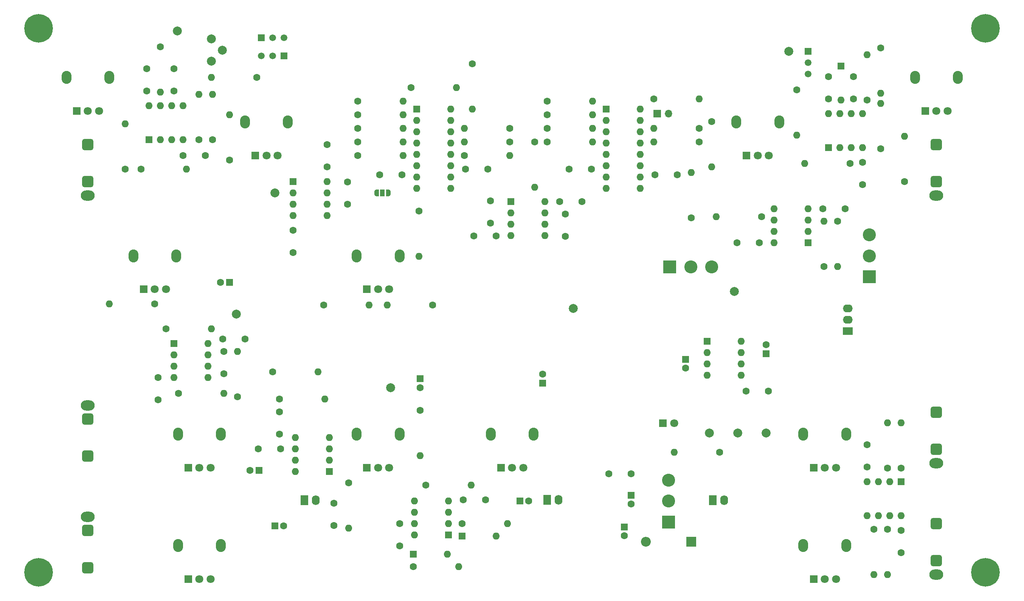
<source format=gts>
%TF.GenerationSoftware,KiCad,Pcbnew,8.0.7*%
%TF.CreationDate,2025-01-15T21:00:28+00:00*%
%TF.ProjectId,steel-feedback,73746565-6c2d-4666-9565-646261636b2e,rev?*%
%TF.SameCoordinates,Original*%
%TF.FileFunction,Soldermask,Top*%
%TF.FilePolarity,Negative*%
%FSLAX46Y46*%
G04 Gerber Fmt 4.6, Leading zero omitted, Abs format (unit mm)*
G04 Created by KiCad (PCBNEW 8.0.7) date 2025-01-15 21:00:28*
%MOMM*%
%LPD*%
G01*
G04 APERTURE LIST*
G04 Aperture macros list*
%AMRoundRect*
0 Rectangle with rounded corners*
0 $1 Rounding radius*
0 $2 $3 $4 $5 $6 $7 $8 $9 X,Y pos of 4 corners*
0 Add a 4 corners polygon primitive as box body*
4,1,4,$2,$3,$4,$5,$6,$7,$8,$9,$2,$3,0*
0 Add four circle primitives for the rounded corners*
1,1,$1+$1,$2,$3*
1,1,$1+$1,$4,$5*
1,1,$1+$1,$6,$7*
1,1,$1+$1,$8,$9*
0 Add four rect primitives between the rounded corners*
20,1,$1+$1,$2,$3,$4,$5,0*
20,1,$1+$1,$4,$5,$6,$7,0*
20,1,$1+$1,$6,$7,$8,$9,0*
20,1,$1+$1,$8,$9,$2,$3,0*%
%AMFreePoly0*
4,1,19,0.550000,-0.750000,0.000000,-0.750000,0.000000,-0.744911,-0.071157,-0.744911,-0.207708,-0.704816,-0.327430,-0.627875,-0.420627,-0.520320,-0.479746,-0.390866,-0.500000,-0.250000,-0.500000,0.250000,-0.479746,0.390866,-0.420627,0.520320,-0.327430,0.627875,-0.207708,0.704816,-0.071157,0.744911,0.000000,0.744911,0.000000,0.750000,0.550000,0.750000,0.550000,-0.750000,0.550000,-0.750000,
$1*%
%AMFreePoly1*
4,1,19,0.000000,0.744911,0.071157,0.744911,0.207708,0.704816,0.327430,0.627875,0.420627,0.520320,0.479746,0.390866,0.500000,0.250000,0.500000,-0.250000,0.479746,-0.390866,0.420627,-0.520320,0.327430,-0.627875,0.207708,-0.704816,0.071157,-0.744911,0.000000,-0.744911,0.000000,-0.750000,-0.550000,-0.750000,-0.550000,0.750000,0.000000,0.750000,0.000000,0.744911,0.000000,0.744911,
$1*%
G04 Aperture macros list end*
%ADD10C,6.400000*%
%ADD11C,1.600000*%
%ADD12O,1.600000X1.600000*%
%ADD13R,1.740000X2.200000*%
%ADD14O,1.740000X2.200000*%
%ADD15O,2.200000X2.900000*%
%ADD16R,1.800000X1.800000*%
%ADD17C,1.800000*%
%ADD18R,2.921000X2.921000*%
%ADD19C,2.921000*%
%ADD20C,2.000000*%
%ADD21O,3.100000X2.300000*%
%ADD22RoundRect,0.650000X0.650000X0.650000X-0.650000X0.650000X-0.650000X-0.650000X0.650000X-0.650000X0*%
%ADD23R,1.600000X1.600000*%
%ADD24RoundRect,0.650000X-0.650000X-0.650000X0.650000X-0.650000X0.650000X0.650000X-0.650000X0.650000X0*%
%ADD25R,1.500000X1.500000*%
%ADD26C,1.500000*%
%ADD27R,1.700000X1.700000*%
%ADD28O,1.700000X1.700000*%
%ADD29FreePoly0,180.000000*%
%ADD30R,1.000000X1.500000*%
%ADD31FreePoly1,180.000000*%
%ADD32R,2.200000X1.740000*%
%ADD33O,2.200000X1.740000*%
%ADD34R,2.200000X2.200000*%
%ADD35O,2.200000X2.200000*%
G04 APERTURE END LIST*
D10*
%TO.C,H4*%
X246000000Y-156000000D03*
%TD*%
%TO.C,H3*%
X34000000Y-156000000D03*
%TD*%
%TO.C,H2*%
X246000000Y-34000000D03*
%TD*%
%TO.C,H1*%
X34000000Y-34000000D03*
%TD*%
D11*
%TO.C,R50*%
X222504000Y-38354000D03*
D12*
X222504000Y-48514000D03*
%TD*%
D13*
%TO.C,MK1*%
X147828000Y-139700000D03*
D14*
X150368000Y-139700000D03*
%TD*%
D11*
%TO.C,R33*%
X147828000Y-50292000D03*
D12*
X157988000Y-50292000D03*
%TD*%
D15*
%TO.C,RV5*%
X190200000Y-55000000D03*
X199800000Y-55000000D03*
D16*
X192500000Y-62500000D03*
D17*
X195000000Y-62500000D03*
X197500000Y-62500000D03*
%TD*%
D18*
%TO.C,SW3*%
X175301000Y-87500000D03*
D19*
X180000000Y-87500000D03*
X184699000Y-87500000D03*
%TD*%
D11*
%TO.C,R5*%
X105410000Y-56388000D03*
D12*
X115570000Y-56388000D03*
%TD*%
D11*
%TO.C,C18*%
X171958000Y-66802000D03*
X176958000Y-66802000D03*
%TD*%
D20*
%TO.C,TP8*%
X189738000Y-92964000D03*
%TD*%
D21*
%TO.C,J1*%
X45000000Y-143520000D03*
D22*
X45000000Y-154920000D03*
X45000000Y-146620000D03*
%TD*%
D23*
%TO.C,U3*%
X161046000Y-52060000D03*
D12*
X161046000Y-54600000D03*
X161046000Y-57140000D03*
X161046000Y-59680000D03*
X161046000Y-62220000D03*
X161046000Y-64760000D03*
X161046000Y-67300000D03*
X161046000Y-69840000D03*
X168666000Y-69840000D03*
X168666000Y-67300000D03*
X168666000Y-64760000D03*
X168666000Y-62220000D03*
X168666000Y-59680000D03*
X168666000Y-57140000D03*
X168666000Y-54600000D03*
X168666000Y-52060000D03*
%TD*%
D11*
%TO.C,R46*%
X128778000Y-145034000D03*
D12*
X138938000Y-145034000D03*
%TD*%
D21*
%TO.C,J5*%
X235000000Y-71480000D03*
D24*
X235000000Y-60080000D03*
X235000000Y-68380000D03*
%TD*%
D11*
%TO.C,R13*%
X220980000Y-146304000D03*
D12*
X220980000Y-156464000D03*
%TD*%
D11*
%TO.C,R52*%
X82804000Y-44958000D03*
D12*
X72644000Y-44958000D03*
%TD*%
D15*
%TO.C,RV8*%
X105200000Y-125000000D03*
X114800000Y-125000000D03*
D16*
X107500000Y-132500000D03*
D17*
X110000000Y-132500000D03*
X112500000Y-132500000D03*
%TD*%
D11*
%TO.C,R49*%
X180086000Y-76454000D03*
D12*
X180086000Y-66294000D03*
%TD*%
D23*
%TO.C,U10*%
X206248000Y-82032000D03*
D12*
X206248000Y-79492000D03*
X206248000Y-76952000D03*
X206248000Y-74412000D03*
X198628000Y-74412000D03*
X198628000Y-76952000D03*
X198628000Y-79492000D03*
X198628000Y-82032000D03*
%TD*%
D11*
%TO.C,R15*%
X147828000Y-59436000D03*
D12*
X157988000Y-59436000D03*
%TD*%
D20*
%TO.C,TP2*%
X196850000Y-124714000D03*
%TD*%
D11*
%TO.C,R24*%
X184658000Y-54864000D03*
D12*
X184658000Y-65024000D03*
%TD*%
D23*
%TO.C,C9*%
X86868000Y-145542000D03*
D11*
X88868000Y-145542000D03*
%TD*%
D20*
%TO.C,TP5*%
X112776000Y-114554000D03*
%TD*%
D25*
%TO.C,Q1*%
X88900000Y-40132000D03*
D26*
X86360000Y-40132000D03*
X83820000Y-40132000D03*
%TD*%
D11*
%TO.C,R1*%
X105410000Y-59436000D03*
D12*
X115570000Y-59436000D03*
%TD*%
D23*
%TO.C,C7*%
X83312000Y-133096000D03*
D11*
X81312000Y-133096000D03*
%TD*%
%TO.C,R37*%
X69850000Y-58928000D03*
D12*
X69850000Y-48768000D03*
%TD*%
D11*
%TO.C,R42*%
X219456000Y-50038000D03*
D12*
X219456000Y-39878000D03*
%TD*%
D18*
%TO.C,SW2*%
X220000000Y-89699000D03*
D19*
X220000000Y-85000000D03*
X220000000Y-80301000D03*
%TD*%
D11*
%TO.C,C22*%
X218440000Y-69008000D03*
X218440000Y-64008000D03*
%TD*%
%TO.C,R4*%
X105410000Y-53340000D03*
D12*
X115570000Y-53340000D03*
%TD*%
D11*
%TO.C,R55*%
X103378000Y-135890000D03*
D12*
X103378000Y-146050000D03*
%TD*%
D11*
%TO.C,R18*%
X119380000Y-119634000D03*
D12*
X119380000Y-129794000D03*
%TD*%
D11*
%TO.C,R30*%
X76708000Y-63500000D03*
D12*
X76708000Y-53340000D03*
%TD*%
D27*
%TO.C,JP1*%
X172466000Y-53086000D03*
D28*
X175006000Y-53086000D03*
%TD*%
D11*
%TO.C,C31*%
X88138000Y-128270000D03*
X83138000Y-128270000D03*
%TD*%
%TO.C,C41*%
X100076000Y-140502000D03*
X100076000Y-145502000D03*
%TD*%
D15*
%TO.C,RV10*%
X205200000Y-125000000D03*
X214800000Y-125000000D03*
D16*
X207500000Y-132500000D03*
D17*
X210000000Y-132500000D03*
X212500000Y-132500000D03*
%TD*%
D11*
%TO.C,C27*%
X214550000Y-74422000D03*
X209550000Y-74422000D03*
%TD*%
D23*
%TO.C,C34*%
X165100000Y-145796000D03*
D11*
X165100000Y-147796000D03*
%TD*%
%TO.C,C36*%
X60706000Y-117268000D03*
X60706000Y-112268000D03*
%TD*%
D23*
%TO.C,U6*%
X99050000Y-133340000D03*
D12*
X99050000Y-130800000D03*
X99050000Y-128260000D03*
X99050000Y-125720000D03*
X91430000Y-125720000D03*
X91430000Y-128260000D03*
X91430000Y-130800000D03*
X91430000Y-133340000D03*
%TD*%
D11*
%TO.C,R38*%
X227838000Y-68326000D03*
D12*
X227838000Y-58166000D03*
%TD*%
D11*
%TO.C,R51*%
X59944000Y-95758000D03*
D12*
X49784000Y-95758000D03*
%TD*%
D11*
%TO.C,R32*%
X131064000Y-41910000D03*
D12*
X131064000Y-52070000D03*
%TD*%
D15*
%TO.C,RV4*%
X80200000Y-55000000D03*
X89800000Y-55000000D03*
D16*
X82500000Y-62500000D03*
D17*
X85000000Y-62500000D03*
X87500000Y-62500000D03*
%TD*%
D13*
%TO.C,LS1*%
X93468000Y-139831500D03*
D14*
X96008000Y-139831500D03*
%TD*%
D11*
%TO.C,C24*%
X134032000Y-139700000D03*
X129032000Y-139700000D03*
%TD*%
D23*
%TO.C,U13*%
X139710000Y-72868000D03*
D12*
X139710000Y-75408000D03*
X139710000Y-77948000D03*
X139710000Y-80488000D03*
X147330000Y-80488000D03*
X147330000Y-77948000D03*
X147330000Y-75408000D03*
X147330000Y-72868000D03*
%TD*%
D11*
%TO.C,C23*%
X114808000Y-145034000D03*
X114808000Y-150034000D03*
%TD*%
D23*
%TO.C,C11*%
X146812000Y-113538000D03*
D11*
X146812000Y-111538000D03*
%TD*%
%TO.C,C26*%
X195326000Y-82042000D03*
X190326000Y-82042000D03*
%TD*%
D23*
%TO.C,C33*%
X76708000Y-90932000D03*
D11*
X74708000Y-90932000D03*
%TD*%
%TO.C,R43*%
X87884000Y-117094000D03*
D12*
X98044000Y-117094000D03*
%TD*%
D18*
%TO.C,SW1*%
X175000000Y-144699000D03*
D19*
X175000000Y-140000000D03*
X175000000Y-135301000D03*
%TD*%
D23*
%TO.C,D5*%
X213614000Y-42418000D03*
D12*
X213614000Y-50038000D03*
%TD*%
D11*
%TO.C,R35*%
X72898000Y-58928000D03*
D12*
X72898000Y-48768000D03*
%TD*%
D11*
%TO.C,R21*%
X119126000Y-74930000D03*
D12*
X119126000Y-85090000D03*
%TD*%
D23*
%TO.C,C28*%
X178816000Y-108204000D03*
D11*
X178816000Y-110204000D03*
%TD*%
D21*
%TO.C,J4*%
X45000000Y-71480000D03*
D24*
X45000000Y-60080000D03*
X45000000Y-68380000D03*
%TD*%
D11*
%TO.C,R26*%
X212852000Y-77216000D03*
D12*
X212852000Y-87376000D03*
%TD*%
D15*
%TO.C,RV1*%
X65200000Y-150000000D03*
X74800000Y-150000000D03*
D16*
X67500000Y-157500000D03*
D17*
X70000000Y-157500000D03*
X72500000Y-157500000D03*
%TD*%
D11*
%TO.C,R44*%
X171704000Y-49784000D03*
D12*
X181864000Y-49784000D03*
%TD*%
D11*
%TO.C,R29*%
X61214000Y-38100000D03*
D12*
X61214000Y-48260000D03*
%TD*%
D11*
%TO.C,R48*%
X186436000Y-129032000D03*
D12*
X176276000Y-129032000D03*
%TD*%
D29*
%TO.C,JP3*%
X112268000Y-70866000D03*
D30*
X110968000Y-70866000D03*
D31*
X109668000Y-70866000D03*
%TD*%
D15*
%TO.C,RV3*%
X105200000Y-85000000D03*
X114800000Y-85000000D03*
D16*
X107500000Y-92500000D03*
D17*
X110000000Y-92500000D03*
X112500000Y-92500000D03*
%TD*%
D11*
%TO.C,R19*%
X97790000Y-96012000D03*
D12*
X107950000Y-96012000D03*
%TD*%
D15*
%TO.C,RV6*%
X40200000Y-45000000D03*
X49800000Y-45000000D03*
D16*
X42500000Y-52500000D03*
D17*
X45000000Y-52500000D03*
X47500000Y-52500000D03*
%TD*%
D11*
%TO.C,C21*%
X210820000Y-49784000D03*
X210820000Y-44784000D03*
%TD*%
D23*
%TO.C,U4*%
X58684000Y-58918000D03*
D12*
X61224000Y-58918000D03*
X63764000Y-58918000D03*
X66304000Y-58918000D03*
X66304000Y-51298000D03*
X63764000Y-51298000D03*
X61224000Y-51298000D03*
X58684000Y-51298000D03*
%TD*%
D11*
%TO.C,R45*%
X120650000Y-136398000D03*
D12*
X130810000Y-136398000D03*
%TD*%
D15*
%TO.C,RV12*%
X135200000Y-125000000D03*
X144800000Y-125000000D03*
D16*
X137500000Y-132500000D03*
D17*
X140000000Y-132500000D03*
X142500000Y-132500000D03*
%TD*%
D11*
%TO.C,C1*%
X103124000Y-68406000D03*
X103124000Y-73406000D03*
%TD*%
D20*
%TO.C,TP6*%
X65024000Y-34544000D03*
%TD*%
D11*
%TO.C,R20*%
X122174000Y-96012000D03*
D12*
X112014000Y-96012000D03*
%TD*%
D23*
%TO.C,D2*%
X128778000Y-147828000D03*
D12*
X136398000Y-147828000D03*
%TD*%
D11*
%TO.C,C12*%
X58166000Y-48006000D03*
X58166000Y-43006000D03*
%TD*%
%TO.C,R14*%
X147828000Y-53340000D03*
D12*
X157988000Y-53340000D03*
%TD*%
D11*
%TO.C,R12*%
X129286000Y-62484000D03*
D12*
X139446000Y-62484000D03*
%TD*%
D11*
%TO.C,C30*%
X197358000Y-115316000D03*
X192358000Y-115316000D03*
%TD*%
%TO.C,R23*%
X181864000Y-59436000D03*
D12*
X171704000Y-59436000D03*
%TD*%
D11*
%TO.C,R9*%
X117348000Y-47244000D03*
D12*
X127508000Y-47244000D03*
%TD*%
D11*
%TO.C,R3*%
X105410000Y-62484000D03*
D12*
X115570000Y-62484000D03*
%TD*%
D23*
%TO.C,C4*%
X119380000Y-112554000D03*
D11*
X119380000Y-114554000D03*
%TD*%
%TO.C,R40*%
X203708000Y-47752000D03*
D12*
X203708000Y-57912000D03*
%TD*%
D23*
%TO.C,U11*%
X64262000Y-104648000D03*
D12*
X64262000Y-107188000D03*
X64262000Y-109728000D03*
X64262000Y-112268000D03*
X71882000Y-112268000D03*
X71882000Y-109728000D03*
X71882000Y-107188000D03*
X71882000Y-104648000D03*
%TD*%
D23*
%TO.C,U5*%
X210820000Y-60706000D03*
D12*
X213360000Y-60706000D03*
X215900000Y-60706000D03*
X218440000Y-60706000D03*
X218440000Y-53086000D03*
X215900000Y-53086000D03*
X213360000Y-53086000D03*
X210820000Y-53086000D03*
%TD*%
D15*
%TO.C,RV9*%
X55200000Y-85000000D03*
X64800000Y-85000000D03*
D16*
X57500000Y-92500000D03*
D17*
X60000000Y-92500000D03*
X62500000Y-92500000D03*
%TD*%
D11*
%TO.C,R54*%
X224028000Y-146304000D03*
D12*
X224028000Y-156464000D03*
%TD*%
D25*
%TO.C,Q2*%
X83820000Y-36068000D03*
D26*
X86360000Y-36068000D03*
X88900000Y-36068000D03*
%TD*%
D11*
%TO.C,R34*%
X53340000Y-65532000D03*
D12*
X53340000Y-55372000D03*
%TD*%
D11*
%TO.C,R8*%
X62484000Y-101346000D03*
D12*
X72644000Y-101346000D03*
%TD*%
D32*
%TO.C,J3*%
X215138000Y-101854000D03*
D33*
X215138000Y-99314000D03*
X215138000Y-96774000D03*
%TD*%
D11*
%TO.C,R16*%
X147828000Y-56388000D03*
D12*
X157988000Y-56388000D03*
%TD*%
D15*
%TO.C,RV2*%
X65200000Y-125000000D03*
X74800000Y-125000000D03*
D16*
X67500000Y-132500000D03*
D17*
X70000000Y-132500000D03*
X72500000Y-132500000D03*
%TD*%
D11*
%TO.C,R47*%
X117856000Y-154686000D03*
D12*
X128016000Y-154686000D03*
%TD*%
D23*
%TO.C,U7*%
X125720000Y-147564000D03*
D12*
X125720000Y-145024000D03*
X125720000Y-142484000D03*
X125720000Y-139944000D03*
X118100000Y-139944000D03*
X118100000Y-142484000D03*
X118100000Y-145024000D03*
X118100000Y-147564000D03*
%TD*%
D21*
%TO.C,J7*%
X235000000Y-156480000D03*
D24*
X235000000Y-145080000D03*
X235000000Y-153380000D03*
%TD*%
D11*
%TO.C,C37*%
X227076000Y-146558000D03*
X227076000Y-151558000D03*
%TD*%
%TO.C,R22*%
X181864000Y-56388000D03*
D12*
X171704000Y-56388000D03*
%TD*%
D11*
%TO.C,C25*%
X166624000Y-133858000D03*
X161624000Y-133858000D03*
%TD*%
%TO.C,C19*%
X152734000Y-65532000D03*
X157734000Y-65532000D03*
%TD*%
D20*
%TO.C,RV13*%
X72644000Y-36362000D03*
X75144000Y-38862000D03*
X72644000Y-41362000D03*
%TD*%
%TO.C,TP7*%
X153670000Y-96774000D03*
%TD*%
D11*
%TO.C,R17*%
X145034000Y-59436000D03*
D12*
X145034000Y-69596000D03*
%TD*%
D11*
%TO.C,R27*%
X209804000Y-87376000D03*
D12*
X209804000Y-77216000D03*
%TD*%
D20*
%TO.C,TP9*%
X201940000Y-39106000D03*
%TD*%
D11*
%TO.C,C40*%
X90932000Y-84248000D03*
X90932000Y-79248000D03*
%TD*%
%TO.C,C6*%
X216408000Y-49784000D03*
X216408000Y-44784000D03*
%TD*%
%TO.C,R7*%
X65278000Y-115824000D03*
D12*
X75438000Y-115824000D03*
%TD*%
D23*
%TO.C,C10*%
X141732000Y-139954000D03*
D11*
X143732000Y-139954000D03*
%TD*%
D20*
%TO.C,TP4*%
X78232000Y-98044000D03*
%TD*%
D11*
%TO.C,C32*%
X75184000Y-103632000D03*
X80184000Y-103632000D03*
%TD*%
D20*
%TO.C,TP10*%
X86868000Y-70866000D03*
%TD*%
D23*
%TO.C,U2*%
X118628000Y-52060000D03*
D12*
X118628000Y-54600000D03*
X118628000Y-57140000D03*
X118628000Y-59680000D03*
X118628000Y-62220000D03*
X118628000Y-64760000D03*
X118628000Y-67300000D03*
X118628000Y-69840000D03*
X126248000Y-69840000D03*
X126248000Y-67300000D03*
X126248000Y-64760000D03*
X126248000Y-62220000D03*
X126248000Y-59680000D03*
X126248000Y-57140000D03*
X126248000Y-54600000D03*
X126248000Y-52060000D03*
%TD*%
D20*
%TO.C,TP3*%
X190500000Y-124714000D03*
%TD*%
D13*
%TO.C,J8*%
X184912000Y-139831500D03*
D14*
X187452000Y-139831500D03*
%TD*%
D11*
%TO.C,R2*%
X224028000Y-132588000D03*
D12*
X224028000Y-122428000D03*
%TD*%
D34*
%TO.C,D3*%
X180086000Y-149098000D03*
D35*
X169926000Y-149098000D03*
%TD*%
D23*
%TO.C,C29*%
X196850000Y-106934000D03*
D11*
X196850000Y-104934000D03*
%TD*%
%TO.C,C2*%
X135128000Y-72684000D03*
X135128000Y-77684000D03*
%TD*%
%TO.C,C5*%
X64262000Y-48006000D03*
X64262000Y-43006000D03*
%TD*%
%TO.C,R28*%
X86360000Y-110998000D03*
D12*
X96520000Y-110998000D03*
%TD*%
D23*
%TO.C,C20*%
X166624000Y-138684000D03*
D11*
X166624000Y-140684000D03*
%TD*%
D23*
%TO.C,U9*%
X183642000Y-104150000D03*
D12*
X183642000Y-106690000D03*
X183642000Y-109230000D03*
X183642000Y-111770000D03*
X191262000Y-111770000D03*
X191262000Y-109230000D03*
X191262000Y-106690000D03*
X191262000Y-104150000D03*
%TD*%
D11*
%TO.C,C17*%
X110316000Y-66802000D03*
X115316000Y-66802000D03*
%TD*%
%TO.C,R36*%
X56896000Y-65532000D03*
D12*
X67056000Y-65532000D03*
%TD*%
D21*
%TO.C,J2*%
X45000000Y-118520000D03*
D22*
X45000000Y-129920000D03*
X45000000Y-121620000D03*
%TD*%
D21*
%TO.C,J6*%
X235000000Y-131480000D03*
D24*
X235000000Y-120080000D03*
X235000000Y-128380000D03*
%TD*%
D11*
%TO.C,R6*%
X78486000Y-116586000D03*
D12*
X78486000Y-106426000D03*
%TD*%
D11*
%TO.C,R25*%
X195834000Y-76200000D03*
D12*
X185674000Y-76200000D03*
%TD*%
D11*
%TO.C,C39*%
X98552000Y-65024000D03*
X98552000Y-60024000D03*
%TD*%
%TO.C,C15*%
X131398000Y-80518000D03*
X136398000Y-80518000D03*
%TD*%
%TO.C,C38*%
X219456000Y-127334000D03*
X219456000Y-132334000D03*
%TD*%
D25*
%TO.C,Q3*%
X206248000Y-39106000D03*
D26*
X206248000Y-41646000D03*
X206248000Y-44186000D03*
%TD*%
D11*
%TO.C,R39*%
X215646000Y-64262000D03*
D12*
X205486000Y-64262000D03*
%TD*%
D11*
%TO.C,C35*%
X75438000Y-106426000D03*
X75438000Y-111426000D03*
%TD*%
D15*
%TO.C,RV7*%
X230200000Y-45000000D03*
X239800000Y-45000000D03*
D16*
X232500000Y-52500000D03*
D17*
X235000000Y-52500000D03*
X237500000Y-52500000D03*
%TD*%
D23*
%TO.C,U8*%
X227066000Y-135646000D03*
D12*
X224526000Y-135646000D03*
X221986000Y-135646000D03*
X219446000Y-135646000D03*
X219446000Y-143266000D03*
X221986000Y-143266000D03*
X224526000Y-143266000D03*
X227066000Y-143266000D03*
%TD*%
D20*
%TO.C,TP1*%
X184150000Y-124714000D03*
%TD*%
D11*
%TO.C,C3*%
X151892000Y-75652000D03*
X151892000Y-80652000D03*
%TD*%
%TO.C,C14*%
X150622000Y-72858000D03*
X155622000Y-72858000D03*
%TD*%
%TO.C,R11*%
X139446000Y-56388000D03*
D12*
X129286000Y-56388000D03*
%TD*%
D11*
%TO.C,R31*%
X105410000Y-50292000D03*
D12*
X115570000Y-50292000D03*
%TD*%
D11*
%TO.C,R41*%
X222504000Y-60950000D03*
D12*
X222504000Y-50790000D03*
%TD*%
D11*
%TO.C,C13*%
X71294000Y-62484000D03*
X66294000Y-62484000D03*
%TD*%
D15*
%TO.C,RV11*%
X205200000Y-150000000D03*
X214800000Y-150000000D03*
D16*
X207500000Y-157500000D03*
D17*
X210000000Y-157500000D03*
X212500000Y-157500000D03*
%TD*%
D23*
%TO.C,U12*%
X90942000Y-68336000D03*
D12*
X90942000Y-70876000D03*
X90942000Y-73416000D03*
X90942000Y-75956000D03*
X98562000Y-75956000D03*
X98562000Y-73416000D03*
X98562000Y-70876000D03*
X98562000Y-68336000D03*
%TD*%
D11*
%TO.C,R10*%
X139446000Y-59436000D03*
D12*
X129286000Y-59436000D03*
%TD*%
D11*
%TO.C,C16*%
X129540000Y-65532000D03*
X134540000Y-65532000D03*
%TD*%
D16*
%TO.C,D4*%
X173725000Y-122500000D03*
D17*
X176265000Y-122500000D03*
%TD*%
D11*
%TO.C,C8*%
X87884000Y-124968000D03*
X87884000Y-119968000D03*
%TD*%
D23*
%TO.C,D1*%
X117856000Y-151892000D03*
D12*
X125476000Y-151892000D03*
%TD*%
D11*
%TO.C,R53*%
X227076000Y-132588000D03*
D12*
X227076000Y-122428000D03*
%TD*%
M02*

</source>
